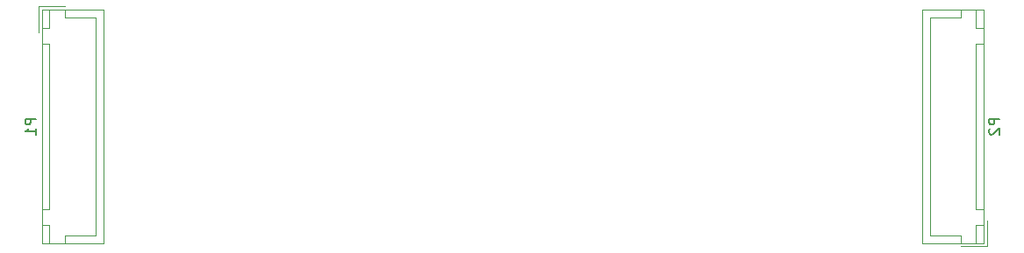
<source format=gbo>
G04 #@! TF.FileFunction,Legend,Bot*
%FSLAX46Y46*%
G04 Gerber Fmt 4.6, Leading zero omitted, Abs format (unit mm)*
G04 Created by KiCad (PCBNEW 4.0.4-stable) date 03/20/17 17:50:04*
%MOMM*%
%LPD*%
G01*
G04 APERTURE LIST*
%ADD10C,0.100000*%
%ADD11C,0.120000*%
%ADD12C,0.150000*%
G04 APERTURE END LIST*
D10*
D11*
X114050000Y-52700000D02*
X120000000Y-52700000D01*
X120000000Y-52700000D02*
X120000000Y-75300000D01*
X120000000Y-75300000D02*
X114050000Y-75300000D01*
X114050000Y-75300000D02*
X114050000Y-52700000D01*
X114050000Y-56000000D02*
X114800000Y-56000000D01*
X114800000Y-56000000D02*
X114800000Y-72000000D01*
X114800000Y-72000000D02*
X114050000Y-72000000D01*
X114050000Y-72000000D02*
X114050000Y-56000000D01*
X114050000Y-52700000D02*
X114800000Y-52700000D01*
X114800000Y-52700000D02*
X114800000Y-54500000D01*
X114800000Y-54500000D02*
X114050000Y-54500000D01*
X114050000Y-54500000D02*
X114050000Y-52700000D01*
X114050000Y-73500000D02*
X114800000Y-73500000D01*
X114800000Y-73500000D02*
X114800000Y-75300000D01*
X114800000Y-75300000D02*
X114050000Y-75300000D01*
X114050000Y-75300000D02*
X114050000Y-73500000D01*
X116300000Y-52700000D02*
X116300000Y-53450000D01*
X116300000Y-53450000D02*
X119250000Y-53450000D01*
X119250000Y-53450000D02*
X119250000Y-64000000D01*
X116300000Y-75300000D02*
X116300000Y-74550000D01*
X116300000Y-74550000D02*
X119250000Y-74550000D01*
X119250000Y-74550000D02*
X119250000Y-64000000D01*
X113750000Y-54900000D02*
X113750000Y-52400000D01*
X113750000Y-52400000D02*
X116250000Y-52400000D01*
X204950000Y-75300000D02*
X199000000Y-75300000D01*
X199000000Y-75300000D02*
X199000000Y-52700000D01*
X199000000Y-52700000D02*
X204950000Y-52700000D01*
X204950000Y-52700000D02*
X204950000Y-75300000D01*
X204950000Y-72000000D02*
X204200000Y-72000000D01*
X204200000Y-72000000D02*
X204200000Y-56000000D01*
X204200000Y-56000000D02*
X204950000Y-56000000D01*
X204950000Y-56000000D02*
X204950000Y-72000000D01*
X204950000Y-75300000D02*
X204200000Y-75300000D01*
X204200000Y-75300000D02*
X204200000Y-73500000D01*
X204200000Y-73500000D02*
X204950000Y-73500000D01*
X204950000Y-73500000D02*
X204950000Y-75300000D01*
X204950000Y-54500000D02*
X204200000Y-54500000D01*
X204200000Y-54500000D02*
X204200000Y-52700000D01*
X204200000Y-52700000D02*
X204950000Y-52700000D01*
X204950000Y-52700000D02*
X204950000Y-54500000D01*
X202700000Y-75300000D02*
X202700000Y-74550000D01*
X202700000Y-74550000D02*
X199750000Y-74550000D01*
X199750000Y-74550000D02*
X199750000Y-64000000D01*
X202700000Y-52700000D02*
X202700000Y-53450000D01*
X202700000Y-53450000D02*
X199750000Y-53450000D01*
X199750000Y-53450000D02*
X199750000Y-64000000D01*
X205250000Y-73100000D02*
X205250000Y-75600000D01*
X205250000Y-75600000D02*
X202750000Y-75600000D01*
D12*
X113452381Y-63261905D02*
X112452381Y-63261905D01*
X112452381Y-63642858D01*
X112500000Y-63738096D01*
X112547619Y-63785715D01*
X112642857Y-63833334D01*
X112785714Y-63833334D01*
X112880952Y-63785715D01*
X112928571Y-63738096D01*
X112976190Y-63642858D01*
X112976190Y-63261905D01*
X113452381Y-64785715D02*
X113452381Y-64214286D01*
X113452381Y-64500000D02*
X112452381Y-64500000D01*
X112595238Y-64404762D01*
X112690476Y-64309524D01*
X112738095Y-64214286D01*
X206452381Y-63261905D02*
X205452381Y-63261905D01*
X205452381Y-63642858D01*
X205500000Y-63738096D01*
X205547619Y-63785715D01*
X205642857Y-63833334D01*
X205785714Y-63833334D01*
X205880952Y-63785715D01*
X205928571Y-63738096D01*
X205976190Y-63642858D01*
X205976190Y-63261905D01*
X205547619Y-64214286D02*
X205500000Y-64261905D01*
X205452381Y-64357143D01*
X205452381Y-64595239D01*
X205500000Y-64690477D01*
X205547619Y-64738096D01*
X205642857Y-64785715D01*
X205738095Y-64785715D01*
X205880952Y-64738096D01*
X206452381Y-64166667D01*
X206452381Y-64785715D01*
M02*

</source>
